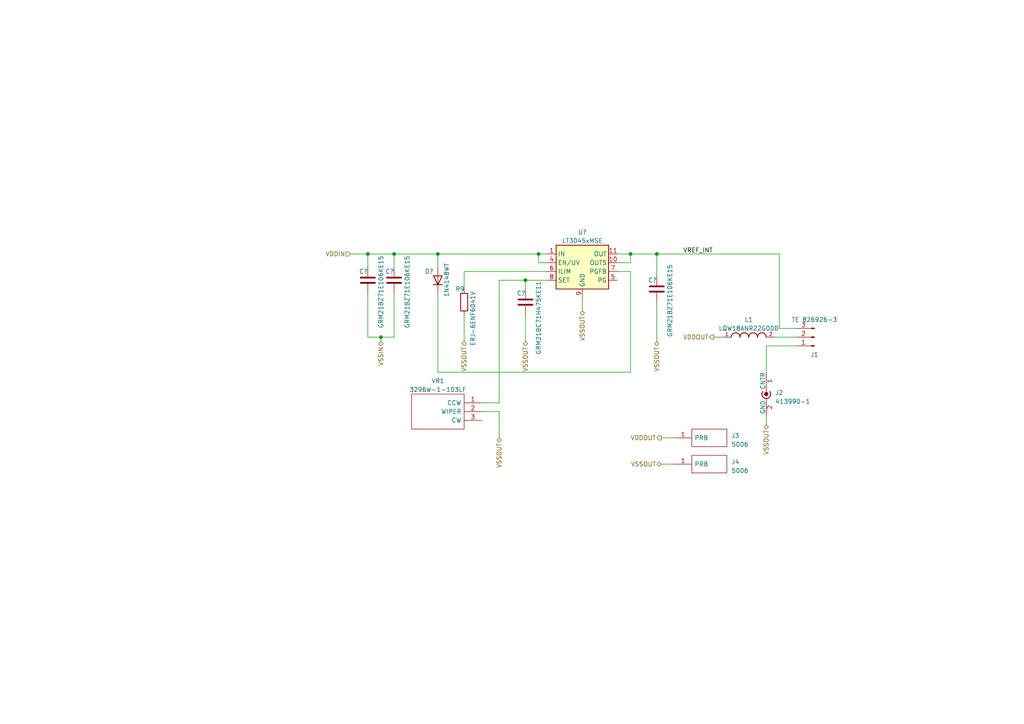
<source format=kicad_sch>
(kicad_sch (version 20230121) (generator eeschema)
  (paper "A4")
  (lib_symbols
    (symbol "Regulator_Linear:LT3045xMSE"
      (property "Reference" "U" (at -6.35 6.35 0))
      (property "Value" "LT3045xMSE" (at 1.27 6.35 0))
      (symbol "LT3045xMSE_0_1"
        (rectangle (start -7.62 5.08) (end 7.62 -7.62) (stroke (width 0.254)) (fill (type background)))
      )
      (symbol "LT3045xMSE_1_1"
        (pin power_in line (at -10.16 2.54 0) (length 2.54) (name "IN") (number "1"))
        (pin input line (at 10.16 0 180) (length 2.54) (name "OUTS") (number "10"))
        (pin power_out line (at 10.16 2.54 180) (length 2.54) (name "OUT") (number "11"))
        (pin passive line (at 10.16 2.54 180) (length 2.54) hide (name "OUT") (number "12"))
        (pin passive line (at 0 -10.16 90) (length 2.54) hide (name "GND") (number "13"))
        (pin passive line (at -10.16 2.54 0) (length 2.54) hide (name "IN") (number "2"))
        (pin passive line (at -10.16 2.54 0) (length 2.54) hide (name "IN") (number "3"))
        (pin input line (at -10.16 0 0) (length 2.54) (name "EN/UV") (number "4"))
        (pin open_collector line (at 10.16 -5.08 180) (length 2.54) (name "PG") (number "5"))
        (pin passive line (at -10.16 -2.54 0) (length 2.54) (name "ILIM") (number "6"))
        (pin input line (at 10.16 -2.54 180) (length 2.54) (name "PGFB") (number "7"))
        (pin passive line (at -10.16 -5.08 0) (length 2.54) (name "SET") (number "8"))
        (pin power_in line (at 0 -10.16 90) (length 2.54) (name "GND") (number "9"))
      )
    )
    (symbol "cyborg65r2_connectors:413990-1" (pin_names (offset 0))
      (property "Reference" "J" (at 2.54 -1.27 0))
      (property "Value" "413990-1" (at 2.54 -3.81 0))
      (symbol "413990-1_0_0"
        (pin passive line (at 0 0 270) (length 5.08) (name "CNTR") (number "1"))
        (pin passive line (at 0 -12.7 90) (length 5.08) (name "GND") (number "2"))
        (pin passive line (at 0 -12.7 90) (length 5.08) hide (name "GND") (number "3"))
        (pin passive line (at 0 -12.7 90) (length 5.08) hide (name "GND") (number "4"))
        (pin passive line (at 0 -12.7 90) (length 5.08) hide (name "GND") (number "5"))
      )
      (symbol "413990-1_0_1"
        (arc (start -1.2695 -6.3498) (mid 0.0005 -7.6143) (end 1.2705 -6.3498) (stroke (width 0.254)))
        (arc (start -1.0155 -5.5878) (mid -1.2043 -5.9482) (end -1.2695 -6.3498) (stroke (width 0.254)))
        (polyline (pts (xy 0.0005 -7.6198) (xy 0.0005 -8.1278)))
        (polyline (pts (xy 0.0005 -5.0798) (xy 0.0005 -6.3498)))
        (circle (center 0.0005 -6.3498) (radius 0.508) (stroke (width 0.2032)) (fill (type outline)))
        (arc (start 1.2705 -6.3498) (mid 1.2053 -5.9482) (end 1.0165 -5.5878) (stroke (width 0.254)))
      )
    )
    (symbol "cyborg65r2_connectors:5006" (pin_names (offset 0.762))
      (property "Reference" "J" (at 15.24 1.27 0))
      (property "Value" "5006" (at 15.24 -1.27 0))
      (symbol "5006_0_0"
        (pin passive line (at 0 0 0) (length 5.08) (name "PRB") (number "1"))
      )
      (symbol "5006_0_1"
        (polyline (pts (xy 5.08 2.54) (xy 15.24 2.54) (xy 15.24 -2.54) (xy 5.08 -2.54) (xy 5.08 2.54)) (stroke (width 0.1524)))
      )
    )
    (symbol "cyborg65r2_connectors:TE 826926-3" (pin_names (offset 1.016) hide)
      (property "Reference" "J" (at 0 5.08 0))
      (property "Value" "TE 826926-3" (at 0 -5.08 0))
      (symbol "TE 826926-3_1_1"
        (polyline (pts (xy 1.27 -2.54) (xy 0.8636 -2.54)) (stroke (width 0.1524)))
        (polyline (pts (xy 1.27 0) (xy 0.8636 0)) (stroke (width 0.1524)))
        (polyline (pts (xy 1.27 2.54) (xy 0.8636 2.54)) (stroke (width 0.1524)))
        (rectangle (start 0.8636 -2.413) (end 0 -2.667) (stroke (width 0.1524)) (fill (type outline)))
        (rectangle (start 0.8636 0.127) (end 0 -0.127) (stroke (width 0.1524)) (fill (type outline)))
        (rectangle (start 0.8636 2.667) (end 0 2.413) (stroke (width 0.1524)) (fill (type outline)))
        (pin passive line (at 5.08 2.54 180) (length 3.81) (name "Pin_1") (number "1"))
        (pin passive line (at 5.08 0 180) (length 3.81) (name "Pin_2") (number "2"))
        (pin passive line (at 5.08 -2.54 180) (length 3.81) (name "Pin_3") (number "3"))
      )
    )
    (symbol "cyborg65r2_pcb_passives:1N4148WT" (pin_numbers hide) (pin_names (offset 1.016) hide)
      (property "Reference" "D" (at 0 2.54 0))
      (property "Value" "1N4148WT" (at 0 -2.54 0))
      (symbol "1N4148WT_0_1"
        (polyline (pts (xy -1.27 1.27) (xy -1.27 -1.27)) (stroke (width 0.254)))
        (polyline (pts (xy 1.27 0) (xy -1.27 0)))
        (polyline (pts (xy 1.27 1.27) (xy 1.27 -1.27) (xy -1.27 0) (xy 1.27 1.27)) (stroke (width 0.254)))
      )
      (symbol "1N4148WT_1_1"
        (pin passive line (at -3.81 0 0) (length 2.54) (name "K") (number "1"))
        (pin passive line (at 3.81 0 180) (length 2.54) (name "A") (number "2"))
      )
    )
    (symbol "cyborg65r2_pcb_passives:3296W-1-103LF" (pin_names (offset 0.762))
      (property "Reference" "VR" (at 8.89 19.05 0))
      (property "Value" "3296W-1-103LF" (at 8.89 16.51 0))
      (symbol "3296W-1-103LF_0_0"
        (pin passive line (at 5.08 0 90) (length 5.08) (name "CCW") (number "1"))
        (pin passive line (at 2.54 0 90) (length 5.08) (name "WIPER") (number "2"))
        (pin passive line (at 0 0 90) (length 5.08) (name "CW") (number "3"))
      )
      (symbol "3296W-1-103LF_0_1"
        (polyline (pts (xy -2.54 20.32) (xy 7.62 20.32) (xy 7.62 5.08) (xy -2.54 5.08) (xy -2.54 20.32)) (stroke (width 0.1524)))
      )
    )
    (symbol "cyborg65r2_pcb_passives:ERJ-6ENF6041V" (pin_numbers hide) (pin_names (offset 0))
      (property "Reference" "R" (at 2.032 0 90))
      (property "Value" "ERJ-6ENF6041V" (at -2.54 0 90))
      (symbol "ERJ-6ENF6041V_0_1"
        (rectangle (start -1.016 -2.54) (end 1.016 2.54) (stroke (width 0.254)))
      )
      (symbol "ERJ-6ENF6041V_1_1"
        (pin passive line (at 0 3.81 270) (length 1.27) (name "~") (number "1"))
        (pin passive line (at 0 -3.81 90) (length 1.27) (name "~") (number "2"))
      )
    )
    (symbol "cyborg65r2_pcb_passives:GRM21BC71H475KE11" (pin_numbers hide) (pin_names (offset 0.254))
      (property "Reference" "C" (at 0.635 2.54 0))
      (property "Value" "GRM21BC71H475KE11" (at 0.635 -2.54 0))
      (symbol "GRM21BC71H475KE11_0_1"
        (polyline (pts (xy -2.032 -0.762) (xy 2.032 -0.762)) (stroke (width 0.508)))
        (polyline (pts (xy -2.032 0.762) (xy 2.032 0.762)) (stroke (width 0.508)))
      )
      (symbol "GRM21BC71H475KE11_1_1"
        (pin passive line (at 0 3.81 270) (length 2.794) (name "~") (number "1"))
        (pin passive line (at 0 -3.81 90) (length 2.794) (name "~") (number "2"))
      )
    )
    (symbol "cyborg65r2_pcb_passives:GRM21BZ71E106KE15" (pin_numbers hide) (pin_names (offset 0.254))
      (property "Reference" "C" (at 0.635 2.54 0))
      (property "Value" "GRM21BZ71E106KE15" (at 0.635 -2.54 0))
      (symbol "GRM21BZ71E106KE15_0_1"
        (polyline (pts (xy -2.032 -0.762) (xy 2.032 -0.762)) (stroke (width 0.508)))
        (polyline (pts (xy -2.032 0.762) (xy 2.032 0.762)) (stroke (width 0.508)))
      )
      (symbol "GRM21BZ71E106KE15_1_1"
        (pin passive line (at 0 3.81 270) (length 2.794) (name "~") (number "1"))
        (pin passive line (at 0 -3.81 90) (length 2.794) (name "~") (number "2"))
      )
    )
    (symbol "cyborg65r2_pcb_passives:LQW18ANR22G00D" (pin_names (offset 1.016))
      (property "Reference" "L" (at -7.62 5.08 0))
      (property "Value" "LQW18ANR22G00D" (at -7.62 2.54 0))
      (symbol "LQW18ANR22G00D_0_0"
        (arc (start -2.54 0) (mid -3.81 1.2645) (end -5.08 0) (stroke (width 0.254)))
        (arc (start 0 0) (mid -1.27 1.2645) (end -2.54 0) (stroke (width 0.254)))
        (arc (start 2.54 0) (mid 1.27 1.2645) (end 0 0) (stroke (width 0.254)))
        (arc (start 5.08 0) (mid 3.81 1.2645) (end 2.54 0) (stroke (width 0.254)))
        (pin passive line (at -7.62 0 0) (length 2.54) (name "~") (number "1"))
        (pin passive line (at 7.62 0 180) (length 2.54) (name "~") (number "2"))
      )
    )
  )
  (junction (at 182.88 73.66))
  (junction (at 110.49 97.79))
  (junction (at 156.21 73.66))
  (junction (at 106.68 73.66))
  (junction (at 152.4 81.28))
  (junction (at 114.3 73.66))
  (junction (at 127 73.66))
  (junction (at 190.5 73.66))
  (wire (pts (xy 127 85.09) (xy 127 107.95)))
  (wire (pts (xy 226.06 95.25) (xy 226.06 73.66)))
  (wire (pts (xy 110.49 97.79) (xy 114.3 97.79)))
  (wire (pts (xy 207.01 97.79) (xy 209.55 97.79)))
  (wire (pts (xy 152.4 83.82) (xy 152.4 81.28)))
  (wire (pts (xy 134.62 78.74) (xy 134.62 83.82)))
  (wire (pts (xy 224.79 97.79) (xy 231.14 97.79)))
  (wire (pts (xy 222.25 120.65) (xy 222.25 123.19)))
  (wire (pts (xy 144.78 116.84) (xy 139.7 116.84)))
  (wire (pts (xy 190.5 73.66) (xy 226.06 73.66)))
  (wire (pts (xy 127 73.66) (xy 156.21 73.66)))
  (wire (pts (xy 144.78 81.28) (xy 144.78 116.84)))
  (wire (pts (xy 106.68 97.79) (xy 110.49 97.79)))
  (wire (pts (xy 139.7 119.38) (xy 144.78 119.38)))
  (wire (pts (xy 134.62 91.44) (xy 134.62 99.06)))
  (wire (pts (xy 144.78 119.38) (xy 144.78 127)))
  (wire (pts (xy 114.3 77.47) (xy 114.3 73.66)))
  (wire (pts (xy 127 77.47) (xy 127 73.66)))
  (wire (pts (xy 156.21 73.66) (xy 158.75 73.66)))
  (wire (pts (xy 222.25 100.33) (xy 222.25 107.95)))
  (wire (pts (xy 106.68 85.09) (xy 106.68 97.79)))
  (wire (pts (xy 182.88 78.74) (xy 179.07 78.74)))
  (wire (pts (xy 182.88 73.66) (xy 190.5 73.66)))
  (wire (pts (xy 110.49 97.79) (xy 110.49 99.06)))
  (wire (pts (xy 158.75 78.74) (xy 134.62 78.74)))
  (wire (pts (xy 152.4 91.44) (xy 152.4 99.06)))
  (wire (pts (xy 182.88 76.2) (xy 182.88 73.66)))
  (wire (pts (xy 158.75 76.2) (xy 156.21 76.2)))
  (wire (pts (xy 106.68 77.47) (xy 106.68 73.66)))
  (wire (pts (xy 179.07 73.66) (xy 182.88 73.66)))
  (wire (pts (xy 106.68 73.66) (xy 114.3 73.66)))
  (wire (pts (xy 168.91 86.36) (xy 168.91 90.17)))
  (wire (pts (xy 231.14 100.33) (xy 222.25 100.33)))
  (wire (pts (xy 156.21 76.2) (xy 156.21 73.66)))
  (wire (pts (xy 231.14 95.25) (xy 226.06 95.25)))
  (wire (pts (xy 182.88 107.95) (xy 182.88 78.74)))
  (wire (pts (xy 152.4 81.28) (xy 158.75 81.28)))
  (wire (pts (xy 101.6 73.66) (xy 106.68 73.66)))
  (wire (pts (xy 190.5 87.63) (xy 190.5 99.06)))
  (wire (pts (xy 191.77 134.62) (xy 195.58 134.62)))
  (wire (pts (xy 114.3 73.66) (xy 127 73.66)))
  (wire (pts (xy 191.77 127) (xy 195.58 127)))
  (wire (pts (xy 114.3 85.09) (xy 114.3 97.79)))
  (wire (pts (xy 127 107.95) (xy 182.88 107.95)))
  (wire (pts (xy 190.5 73.66) (xy 190.5 80.01)))
  (wire (pts (xy 179.07 76.2) (xy 182.88 76.2)))
  (wire (pts (xy 152.4 81.28) (xy 144.78 81.28)))
  (label "VREF_INT" (at 198.12 73.66 0))
  (hierarchical_label "VSSOUT" (shape bidirectional) (at 144.78 127 270))
  (hierarchical_label "VSSOUT" (shape bidirectional) (at 152.4 99.06 270))
  (hierarchical_label "VSSIN" (shape bidirectional) (at 110.49 99.06 270))
  (hierarchical_label "VDDOUT" (shape output) (at 191.77 127 180))
  (hierarchical_label "VDDOUT" (shape output) (at 207.01 97.79 180))
  (hierarchical_label "VDDIN" (shape input) (at 101.6 73.66 180))
  (hierarchical_label "VSSOUT" (shape bidirectional) (at 168.91 90.17 270))
  (hierarchical_label "VSSOUT" (shape bidirectional) (at 191.77 134.62 180))
  (hierarchical_label "VSSOUT" (shape bidirectional) (at 190.5 99.06 270))
  (hierarchical_label "VSSOUT" (shape bidirectional) (at 134.62 99.06 270))
  (hierarchical_label "VSSOUT" (shape bidirectional) (at 222.25 123.19 270))
  (symbol (lib_id "cyborg65r2_pcb_passives:GRM21BZ71E106KE15") (at 106.68 81.28 0) (unit 1)
    (property "Reference" "C?" (at 104.14 78.74 0) (effects (justify left)))
    (property "Value" "GRM21BZ71E106KE15" (at 110.49 95.25 90) (effects (justify left)))
    (property "Footprint" "Capacitor_SMD:C_0805_2012Metric" (effects hide))
    (property "Datasheet" "https://www.murata.com/products/productdetail?partno=GRM21BZ71E106KE15%23" (effects hide))
    (instances (project "cyborg65r2_thermo_pcb" (path "" (reference "C?") (unit 1)) (path "" (reference "C1") (unit 1)) (path "" (reference "C5") (unit 1)) (path "" (reference "C9") (unit 1)) (path "" (reference "C13") (unit 1)) (path "" (reference "C25") (unit 1)) (path "" (reference "C21") (unit 1)) (path "" (reference "C33") (unit 1)) (path "" (reference "C41") (unit 1))))
  )
  (symbol (lib_id "cyborg65r2_pcb_passives:GRM21BC71H475KE11") (at 152.4 87.63 0) (unit 1)
    (property "Reference" "C?" (at 149.86 85.09 0) (effects (justify left)))
    (property "Value" "GRM21BC71H475KE11" (at 156.21 102.87 90) (effects (justify left)))
    (property "Footprint" "Capacitor_SMD:C_0805_2012Metric" (effects hide))
    (property "Datasheet" "https://www.murata.com/en-eu/products/productdetail?partno=GRM21BC71H475KE11%23" (effects hide))
    (instances (project "cyborg65r2_thermo_pcb" (path "" (reference "C?") (unit 1)) (path "" (reference "C3") (unit 1)) (path "" (reference "C7") (unit 1)) (path "" (reference "C11") (unit 1)) (path "" (reference "C15") (unit 1)) (path "" (reference "C27") (unit 1)) (path "" (reference "C23") (unit 1)) (path "" (reference "C35") (unit 1)) (path "" (reference "C43") (unit 1))))
  )
  (symbol (lib_id "cyborg65r2_pcb_passives:3296W-1-103LF") (at 139.7 121.92 90) (unit 1)
    (property "Reference" "VR1" (at 127 110.49 90))
    (property "Value" "3296W-1-103LF" (at 127 113.03 90))
    (property "Footprint" "cyborg65r2_passives:3296W-1" (effects hide))
    (property "Datasheet" "https://www.bourns.com/pdfs/3296.pdf" (effects hide))
    (property "Description" "Trimmer Resistors - Through Hole 3/8\" 10Kohms Sealed Vertical Adjust" (effects hide))
    (property "Manufacturer_Name" "Bourns" (effects hide))
    (property "Manufacturer_Part_Number" "3296W-1-103LF" (effects hide))
    (property "Mouser Part Number" "652-3296W-1-103LF" (effects hide))
    (property "Mouser Price/Stock" "https://www.mouser.co.uk/ProductDetail/Bourns/3296W-1-103LF?qs=CL3xLxiry19Id6AEaxYcng%3D%3D" (effects hide))
    (property "Arrow Part Number" "3296W-1-103LF" (effects hide))
    (property "Arrow Price/Stock" "https://www.arrow.com/en/products/3296w-1-103lf/bourns?region=nac" (effects hide))
    (instances (project "cyborg65r2_thermo_pcb" (path "" (reference "VR1") (unit 1)) (path "" (reference "VR2") (unit 1)) (path "" (reference "VR5") (unit 1)) (path "" (reference "VR5") (unit 1))))
  )
  (symbol (lib_id "cyborg65r2_connectors:413990-1") (at 222.25 107.95 0) (unit 1)
    (property "Reference" "J2" (at 224.79 113.9188 0) (effects (justify left)))
    (property "Value" "413990-1" (at 224.79 116.4588 0) (effects (justify left)))
    (property "Footprint" "cyborg65r2_connectors:413990-1" (effects hide))
    (property "Datasheet" "https://componentsearchengine.com/Datasheets/2/413990-1.pdf" (effects hide))
    (property "Description" "SMB Connector Receptacle, Male Pin 50Ohm Through Hole Solder" (effects hide))
    (property "Height" "7.62" (effects hide))
    (property "Manufacturer_Name" "TE Connectivity" (effects hide))
    (property "Manufacturer_Part_Number" "413990-1" (effects hide))
    (property "Mouser Part Number" "571-4139901" (effects hide))
    (property "Mouser Price/Stock" "https://www.mouser.co.uk/ProductDetail/TE-Connectivity/413990-1?qs=7QuPeZUaY4GhWa7hqv5PMQ%3D%3D" (effects hide))
    (property "Arrow Part Number" "413990-1" (effects hide))
    (property "Arrow Price/Stock" "https://www.arrow.com/en/products/413990-1/te-connectivity?region=nac" (effects hide))
    (instances (project "cyborg65r2_thermo_pcb" (path "" (reference "J2") (unit 1)) (path "" (reference "J7") (unit 1)) (path "" (reference "J11") (unit 1)) (path "" (reference "J15") (unit 1)) (path "" (reference "J19") (unit 1)) (path "" (reference "J23") (unit 1)) (path "" (reference "J35") (unit 1)) (path "" (reference "J38") (unit 1))))
  )
  (symbol (lib_id "cyborg65r2_connectors:TE 826926-3") (at 236.22 97.79 180) (unit 1)
    (property "Reference" "J1" (at 236.22 102.87 0))
    (property "Value" "TE 826926-3" (at 236.22 92.71 0))
    (property "Footprint" "Connector_PinHeader_2.54mm:PinHeader_1x03_P2.54mm_Vertical" (effects hide))
    (property "Datasheet" "https://www.te.com/usa-en/product-826926-3.html" (effects hide))
    (instances (project "cyborg65r2_thermo_pcb" (path "" (reference "J1") (unit 1)) (path "" (reference "J8") (unit 1)) (path "" (reference "J12") (unit 1)) (path "" (reference "J16") (unit 1)) (path "" (reference "J20") (unit 1)) (path "" (reference "J24") (unit 1)) (path "" (reference "J36") (unit 1)) (path "" (reference "J39") (unit 1))))
  )
  (symbol (lib_id "cyborg65r2_pcb_passives:LQW18ANR22G00D") (at 217.17 97.79 0) (unit 1)
    (property "Reference" "L1" (at 217.17 92.71 0))
    (property "Value" "LQW18ANR22G00D" (at 217.17 95.25 0))
    (property "Footprint" "cyborg65r2_passives:INDC1608X100N" (effects hide))
    (property "Datasheet" "https://www.murata.com/en-global/products/productdetail?partno=LQW18ANR22G00%23" (effects hide))
    (instances (project "cyborg65r2_thermo_pcb" (path "" (reference "L1") (unit 1)) (path "" (reference "L2") (unit 1)) (path "" (reference "L3") (unit 1)) (path "" (reference "L6") (unit 1)) (path "" (reference "L6") (unit 1))))
  )
  (symbol (lib_id "cyborg65r2_connectors:5006") (at 195.58 127 0) (unit 1)
    (property "Reference" "J3" (at 212.09 126.365 0) (effects (justify left)))
    (property "Value" "5006" (at 212.09 128.905 0) (effects (justify left)))
    (property "Footprint" "cyborg65r2_connectors:5006" (effects hide))
    (property "Datasheet" "http://www.keyelco.com/product-pdf.cfm?p=1315" (effects hide))
    (property "Description" "Test Point, PC, Snap in Mounting,  Compact, Black Base" (effects hide))
    (property "Manufacturer_Name" "Keystone Electronics" (effects hide))
    (property "Manufacturer_Part_Number" "5006" (effects hide))
    (property "Mouser Part Number" "534-5006" (effects hide))
    (property "Mouser Price/Stock" "https://www.mouser.co.uk/ProductDetail/Keystone-Electronics/5006?qs=q0tsjPZWdm99DN5QVOwb8g%3D%3D" (effects hide))
    (property "Arrow Part Number" "5006" (effects hide))
    (property "Arrow Price/Stock" "https://www.arrow.com/en/products/5006/keystone-electronics?region=europe" (effects hide))
    (instances (project "cyborg65r2_thermo_pcb" (path "" (reference "J3") (unit 1)) (path "" (reference "J5") (unit 1)) (path "" (reference "J9") (unit 1)) (path "" (reference "J13") (unit 1)) (path "" (reference "J17") (unit 1)) (path "" (reference "J21") (unit 1)) (path "" (reference "J33") (unit 1)) (path "" (reference "J36") (unit 1))))
  )
  (symbol (lib_id "cyborg65r2_pcb_passives:GRM21BZ71E106KE15") (at 190.5 83.82 0) (unit 1)
    (property "Reference" "C?" (at 187.96 81.28 0) (effects (justify left)))
    (property "Value" "GRM21BZ71E106KE15" (at 194.31 97.79 90) (effects (justify left)))
    (property "Footprint" "Capacitor_SMD:C_0805_2012Metric" (effects hide))
    (property "Datasheet" "https://www.murata.com/products/productdetail?partno=GRM21BZ71E106KE15%23" (effects hide))
    (instances (project "cyborg65r2_thermo_pcb" (path "" (reference "C?") (unit 1)) (path "" (reference "C4") (unit 1)) (path "" (reference "C8") (unit 1)) (path "" (reference "C12") (unit 1)) (path "" (reference "C16") (unit 1)) (path "" (reference "C28") (unit 1)) (path "" (reference "C24") (unit 1)) (path "" (reference "C36") (unit 1)) (path "" (reference "C44") (unit 1))))
  )
  (symbol (lib_id "cyborg65r2_pcb_passives:GRM21BZ71E106KE15") (at 114.3 81.28 0) (unit 1)
    (property "Reference" "C?" (at 111.76 78.74 0) (effects (justify left)))
    (property "Value" "GRM21BZ71E106KE15" (at 118.11 95.25 90) (effects (justify left)))
    (property "Footprint" "Capacitor_SMD:C_0805_2012Metric" (effects hide))
    (property "Datasheet" "https://www.murata.com/products/productdetail?partno=GRM21BZ71E106KE15%23" (effects hide))
    (instances (project "cyborg65r2_thermo_pcb" (path "" (reference "C?") (unit 1)) (path "" (reference "C2") (unit 1)) (path "" (reference "C6") (unit 1)) (path "" (reference "C10") (unit 1)) (path "" (reference "C14") (unit 1)) (path "" (reference "C26") (unit 1)) (path "" (reference "C22") (unit 1)) (path "" (reference "C34") (unit 1)) (path "" (reference "C42") (unit 1))))
  )
  (symbol (lib_id "cyborg65r2_pcb_passives:ERJ-6ENF6041V") (at 134.62 87.63 0) (unit 1)
    (property "Reference" "R9" (at 132.08 83.82 0) (effects (justify left)))
    (property "Value" "ERJ-6ENF6041V" (at 137.16 100.33 90) (effects (justify left)))
    (property "Footprint" "Resistor_SMD:R_0805_2012Metric" (effects hide))
    (property "Datasheet" "https://industrial.panasonic.com/cdbs/www-data/pdf/RDA0000/AOA0000C304.pdf" (effects hide))
    (instances (project "cyborg65r2_thermo_pcb" (path "" (reference "R9") (unit 1)) (path "" (reference "R10") (unit 1)) (path "" (reference "R13") (unit 1)) (path "" (reference "R13") (unit 1))))
  )
  (symbol (lib_id "cyborg65r2_pcb_passives:1N4148WT") (at 127 81.28 90) (unit 1)
    (property "Reference" "D?" (at 123.19 78.74 90) (effects (justify right)))
    (property "Value" "1N4148WT" (at 129.54 76.2 0) (effects (justify right)))
    (property "Footprint" "Diode_SMD:D_SOD-523" (effects hide))
    (property "Datasheet" "https://www.onsemi.com/products/discrete-power-modules/small-signal-switching-diodes/1n4148wt" (effects hide))
    (property "Sim.Device" "D" (effects hide))
    (property "Sim.Pins" "1=K 2=A" (effects hide))
    (instances (project "cyborg65r2_thermo_pcb" (path "" (reference "D?") (unit 1)) (path "" (reference "D1") (unit 1)) (path "" (reference "D2") (unit 1)) (path "" (reference "D3") (unit 1)) (path "" (reference "D4") (unit 1)) (path "" (reference "D5") (unit 1)) (path "" (reference "D6") (unit 1)) (path "" (reference "D9") (unit 1)) (path "" (reference "D9") (unit 1))))
  )
  (symbol (lib_id "cyborg65r2_connectors:5006") (at 195.58 134.62 0) (unit 1)
    (property "Reference" "J4" (at 212.09 133.985 0) (effects (justify left)))
    (property "Value" "5006" (at 212.09 136.525 0) (effects (justify left)))
    (property "Footprint" "cyborg65r2_connectors:5006" (effects hide))
    (property "Datasheet" "http://www.keyelco.com/product-pdf.cfm?p=1315" (effects hide))
    (property "Description" "Test Point, PC, Snap in Mounting,  Compact, Black Base" (effects hide))
    (property "Manufacturer_Name" "Keystone Electronics" (effects hide))
    (property "Manufacturer_Part_Number" "5006" (effects hide))
    (property "Mouser Part Number" "534-5006" (effects hide))
    (property "Mouser Price/Stock" "https://www.mouser.co.uk/ProductDetail/Keystone-Electronics/5006?qs=q0tsjPZWdm99DN5QVOwb8g%3D%3D" (effects hide))
    (property "Arrow Part Number" "5006" (effects hide))
    (property "Arrow Price/Stock" "https://www.arrow.com/en/products/5006/keystone-electronics?region=europe" (effects hide))
    (instances (project "cyborg65r2_thermo_pcb" (path "" (reference "J4") (unit 1)) (path "" (reference "J6") (unit 1)) (path "" (reference "J10") (unit 1)) (path "" (reference "J14") (unit 1)) (path "" (reference "J18") (unit 1)) (path "" (reference "J22") (unit 1)) (path "" (reference "J34") (unit 1)) (path "" (reference "J37") (unit 1))))
  )
  (symbol (lib_id "Regulator_Linear:LT3045xMSE") (at 168.91 76.2 0) (unit 1)
    (property "Reference" "U?" (at 168.91 67.31 0))
    (property "Value" "LT3045xMSE" (at 168.91 69.85 0))
    (property "Footprint" "Package_SO:MSOP-12-1EP_3x4mm_P0.65mm_EP1.65x2.85mm" (effects hide))
    (property "Datasheet" "https://www.analog.com/media/en/technical-documentation/data-sheets/3045fa.pdf" (effects hide))
    (instances (project "cyborg65r2_thermo_pcb" (path "" (reference "U?") (unit 1)) (path "" (reference "U1") (unit 1)) (path "" (reference "U2") (unit 1)) (path "" (reference "U3") (unit 1)) (path "" (reference "U4") (unit 1)) (path "" (reference "U6") (unit 1)) (path "" (reference "U6") (unit 1)) (path "" (reference "U9") (unit 1)) (path "" (reference "U9") (unit 1))))
  )
)
</source>
